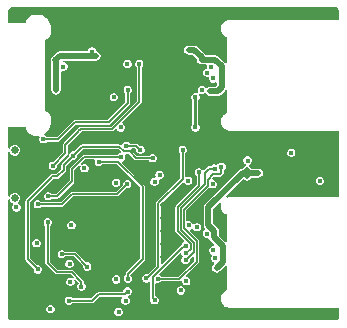
<source format=gbr>
%TF.GenerationSoftware,Altium Limited,Altium Designer,23.5.1 (21)*%
G04 Layer_Physical_Order=3*
G04 Layer_Color=16440176*
%FSLAX45Y45*%
%MOMM*%
%TF.SameCoordinates,8EFB5E64-3944-4511-97F7-C7C57B94F044*%
%TF.FilePolarity,Positive*%
%TF.FileFunction,Copper,L3,Inr,Signal*%
%TF.Part,CustomerPanel*%
G01*
G75*
%TA.AperFunction,Conductor*%
%ADD26C,0.12700*%
%ADD27C,0.25400*%
%ADD28C,0.50800*%
%TA.AperFunction,ComponentPad*%
%ADD31C,0.65000*%
%TA.AperFunction,ViaPad*%
%ADD32C,0.45000*%
%ADD33C,0.50000*%
G36*
X3663653Y3670431D02*
X3670434Y3663651D01*
X3674103Y3654791D01*
Y3568395D01*
X2742554D01*
X2732643Y3566423D01*
X2714266Y3558811D01*
X2705865Y3553197D01*
X2691799Y3539132D01*
X2686185Y3530730D01*
X2678574Y3512353D01*
X2676602Y3502443D01*
Y3482552D01*
X2678574Y3472641D01*
X2686185Y3454264D01*
X2691799Y3445862D01*
X2705865Y3431797D01*
X2714266Y3426183D01*
X2726602Y3421073D01*
Y3202931D01*
X2713902Y3199079D01*
X2709968Y3204966D01*
X2657468Y3257466D01*
X2644866Y3265887D01*
X2630000Y3268844D01*
X2547400D01*
X2539969Y3279966D01*
X2479968Y3339966D01*
X2467366Y3348386D01*
X2452500Y3351344D01*
X2402500D01*
X2387634Y3348386D01*
X2375031Y3339966D01*
X2366610Y3327363D01*
X2363653Y3312497D01*
X2366610Y3297631D01*
X2375031Y3285028D01*
X2387634Y3276608D01*
X2402500Y3273651D01*
X2436409D01*
X2473653Y3236406D01*
Y3229997D01*
X2476610Y3215131D01*
X2485031Y3202529D01*
X2497634Y3194108D01*
X2512500Y3191151D01*
X2553444D01*
X2561930Y3178450D01*
X2561080Y3176399D01*
Y3162396D01*
X2556270Y3155197D01*
X2555498D01*
X2542561Y3149838D01*
X2532659Y3139936D01*
X2527300Y3126999D01*
Y3112995D01*
X2532659Y3100058D01*
X2542561Y3090156D01*
X2555498Y3084797D01*
X2565022D01*
X2571256Y3082191D01*
X2576739Y3074049D01*
Y3065895D01*
X2582098Y3052958D01*
X2592000Y3043056D01*
X2604937Y3037697D01*
X2618941D01*
X2631878Y3043056D01*
X2643653Y3036871D01*
Y3013588D01*
X2631409Y3001344D01*
X2587500D01*
X2572634Y2998386D01*
X2560513Y2990287D01*
X2559911Y2989983D01*
X2546080Y2991945D01*
X2544841Y2994936D01*
X2534939Y3004838D01*
X2522002Y3010197D01*
X2507998D01*
X2495061Y3004838D01*
X2485159Y2994936D01*
X2479800Y2981999D01*
Y2967995D01*
X2484462Y2956741D01*
X2481357Y2951503D01*
X2476005Y2946497D01*
X2467197Y2950145D01*
X2453194D01*
X2440256Y2944787D01*
X2430355Y2934885D01*
X2424996Y2921947D01*
Y2907944D01*
X2430355Y2895007D01*
X2434200Y2891161D01*
Y2681477D01*
X2430159Y2677436D01*
X2424800Y2664499D01*
Y2650495D01*
X2430159Y2637558D01*
X2440061Y2627656D01*
X2452998Y2622297D01*
X2467002D01*
X2479939Y2627656D01*
X2489841Y2637558D01*
X2495200Y2650495D01*
Y2664499D01*
X2489841Y2677436D01*
X2485995Y2681282D01*
Y2890966D01*
X2490036Y2895007D01*
X2495395Y2907944D01*
Y2921947D01*
X2490733Y2933202D01*
X2493839Y2938440D01*
X2499191Y2943445D01*
X2507998Y2939797D01*
X2522002D01*
X2534939Y2945156D01*
X2538454Y2948672D01*
X2543337Y2948285D01*
X2553118Y2945375D01*
X2560031Y2935028D01*
X2572634Y2926608D01*
X2587500Y2923650D01*
X2647500D01*
X2662366Y2926608D01*
X2674968Y2935028D01*
X2709969Y2970028D01*
X2713902Y2975915D01*
X2726602Y2972063D01*
Y2778921D01*
X2714266Y2773811D01*
X2705865Y2768197D01*
X2691799Y2754132D01*
X2686185Y2745730D01*
X2678574Y2727353D01*
X2676602Y2717442D01*
Y2697551D01*
X2678574Y2687641D01*
X2686185Y2669264D01*
X2691799Y2660862D01*
X2705865Y2646797D01*
X2714266Y2641183D01*
X2732644Y2633571D01*
X2742554Y2631600D01*
X3674103D01*
Y2068395D01*
X2742554D01*
X2732643Y2066423D01*
X2726977Y2064076D01*
X2719782Y2074843D01*
X2862940Y2218000D01*
X2867731Y2217528D01*
X2880334Y2209108D01*
X2895200Y2206151D01*
X2910066Y2209108D01*
X2922668Y2217528D01*
X2931089Y2230131D01*
X2931292Y2231150D01*
X2992500D01*
X3007366Y2234108D01*
X3019968Y2242528D01*
X3028389Y2255131D01*
X3031346Y2269997D01*
X3028389Y2284863D01*
X3019968Y2297466D01*
X3007366Y2305886D01*
X2992500Y2308843D01*
X2931204D01*
X2930999Y2309871D01*
X2922579Y2322473D01*
X2910993Y2330215D01*
X2910525Y2334011D01*
X2912177Y2343405D01*
X2922439Y2347656D01*
X2932341Y2357558D01*
X2937700Y2370495D01*
Y2384499D01*
X2932341Y2397436D01*
X2922439Y2407338D01*
X2909502Y2412697D01*
X2895498D01*
X2882561Y2407338D01*
X2872659Y2397436D01*
X2867300Y2384499D01*
Y2370495D01*
X2872659Y2357558D01*
X2882561Y2347656D01*
X2888028Y2345392D01*
X2886727Y2332184D01*
X2880244Y2330894D01*
X2867641Y2322473D01*
X2859221Y2309871D01*
X2858976Y2308640D01*
X2845134Y2305886D01*
X2832531Y2297466D01*
X2542531Y2007466D01*
X2534111Y1994863D01*
X2531153Y1979997D01*
Y1832497D01*
X2534111Y1817631D01*
X2542531Y1805028D01*
X2543492Y1804068D01*
X2540512Y1789087D01*
X2538460Y1788237D01*
X2528558Y1778335D01*
X2523199Y1765398D01*
Y1751395D01*
X2528558Y1738457D01*
X2538460Y1728555D01*
X2551397Y1723196D01*
X2565401D01*
X2578651Y1714939D01*
X2579110Y1712631D01*
X2587531Y1700029D01*
X2623130Y1664430D01*
X2621791Y1660101D01*
X2616903Y1652697D01*
X2605498D01*
X2592561Y1647338D01*
X2582659Y1637436D01*
X2577300Y1624499D01*
Y1610495D01*
X2582659Y1597558D01*
X2592561Y1587656D01*
X2595782Y1586321D01*
X2598762Y1571341D01*
X2598233Y1570812D01*
X2592874Y1557874D01*
Y1543871D01*
X2598233Y1530934D01*
X2608135Y1521032D01*
X2616780Y1517451D01*
X2621230Y1503940D01*
X2612531Y1495241D01*
X2604110Y1482638D01*
X2601153Y1467773D01*
X2604110Y1452907D01*
X2612531Y1440304D01*
X2625134Y1431883D01*
X2640000Y1428926D01*
X2654866Y1431883D01*
X2667468Y1440304D01*
X2713902Y1486738D01*
X2726602Y1481477D01*
Y1278921D01*
X2714266Y1273811D01*
X2705865Y1268197D01*
X2691799Y1254132D01*
X2686185Y1245730D01*
X2678574Y1227353D01*
X2676602Y1217442D01*
Y1197551D01*
X2678574Y1187641D01*
X2686185Y1169264D01*
X2691799Y1160862D01*
X2705865Y1146797D01*
X2714266Y1141183D01*
X2732644Y1133571D01*
X2742554Y1131599D01*
X3674103D01*
Y1045202D01*
X3670434Y1036343D01*
X3663653Y1029563D01*
X3654794Y1025893D01*
X895205D01*
X886346Y1029563D01*
X879565Y1036343D01*
X875896Y1045202D01*
Y1049997D01*
Y2045291D01*
X888596Y2047817D01*
X894167Y2034369D01*
X906882Y2021654D01*
X915391Y2018129D01*
X918371Y2003148D01*
X915159Y1999936D01*
X909800Y1986999D01*
Y1972995D01*
X915159Y1960058D01*
X925061Y1950156D01*
X937998Y1944797D01*
X952002D01*
X964939Y1950156D01*
X974841Y1960058D01*
X980200Y1972995D01*
Y1986999D01*
X974841Y1999936D01*
X964939Y2009838D01*
X963474Y2010445D01*
X962441Y2012595D01*
X961461Y2025025D01*
X970804Y2034369D01*
X977686Y2050982D01*
Y2068963D01*
X970804Y2085576D01*
X958089Y2098291D01*
X941476Y2105173D01*
X923495D01*
X906882Y2098291D01*
X894167Y2085576D01*
X888596Y2072128D01*
X875896Y2074654D01*
Y2450291D01*
X888596Y2452817D01*
X894167Y2439369D01*
X906882Y2426654D01*
X923494Y2419772D01*
X941476D01*
X958089Y2426654D01*
X970804Y2439369D01*
X977685Y2455982D01*
Y2473963D01*
X970804Y2490576D01*
X958089Y2503291D01*
X941476Y2510173D01*
X923494D01*
X906882Y2503291D01*
X894167Y2490576D01*
X888596Y2477128D01*
X875896Y2479654D01*
Y2661599D01*
X1024103D01*
Y2655052D01*
X1026074Y2645141D01*
X1033686Y2626764D01*
X1039299Y2618362D01*
X1053365Y2604297D01*
X1061766Y2598683D01*
X1080144Y2591071D01*
X1090054Y2589100D01*
X1099999D01*
X1124999Y2589099D01*
X1125001Y2589100D01*
X1133371D01*
X1135873Y2589597D01*
X1136860D01*
X1139734Y2585916D01*
X1142727Y2577505D01*
X1142659Y2577436D01*
X1137300Y2564499D01*
Y2550495D01*
X1142659Y2537558D01*
X1152561Y2527656D01*
X1165498Y2522297D01*
X1179502D01*
X1192439Y2527656D01*
X1202341Y2537558D01*
X1202554Y2538074D01*
X1295000D01*
X1302433Y2539552D01*
X1308734Y2543763D01*
X1445545Y2680574D01*
X1725000D01*
X1732433Y2682052D01*
X1738734Y2686263D01*
X1901234Y2848763D01*
X1905444Y2855064D01*
X1906923Y2862497D01*
Y2945343D01*
X1907439Y2945556D01*
X1917341Y2955458D01*
X1922700Y2968395D01*
Y2982399D01*
X1917341Y2995336D01*
X1907439Y3005238D01*
X1894502Y3010597D01*
X1880498D01*
X1867561Y3005238D01*
X1857659Y2995336D01*
X1852300Y2982399D01*
Y2968395D01*
X1857659Y2955458D01*
X1867561Y2945556D01*
X1868077Y2945343D01*
Y2870542D01*
X1716954Y2719420D01*
X1437500D01*
X1430067Y2717941D01*
X1423766Y2713731D01*
X1286955Y2576920D01*
X1202554D01*
X1202341Y2577436D01*
X1192439Y2587338D01*
X1183565Y2591014D01*
X1181870Y2596264D01*
X1181597Y2604046D01*
X1181680Y2604495D01*
X1193572Y2612440D01*
X1195376Y2614244D01*
X1197496Y2615661D01*
X1209336Y2627500D01*
X1210753Y2629621D01*
X1212556Y2631425D01*
X1221859Y2645346D01*
X1222835Y2647703D01*
X1224252Y2649824D01*
X1230659Y2665293D01*
X1231157Y2667794D01*
X1232133Y2670151D01*
X1235400Y2686573D01*
Y2689124D01*
X1235897Y2691625D01*
X1235897Y2729997D01*
X1235897Y2729998D01*
Y2739942D01*
X1233926Y2749853D01*
X1226314Y2768230D01*
X1220700Y2776632D01*
X1206635Y2790697D01*
X1198233Y2796311D01*
X1185898Y2801420D01*
Y3398574D01*
X1198233Y3403683D01*
X1206635Y3409297D01*
X1220700Y3423362D01*
X1226314Y3431764D01*
X1233926Y3450141D01*
X1235897Y3460051D01*
X1235897Y3499997D01*
X1235897Y3499998D01*
Y3508369D01*
X1235400Y3510870D01*
Y3513421D01*
X1232133Y3529843D01*
X1231157Y3532200D01*
X1230659Y3534701D01*
X1224252Y3550170D01*
X1222834Y3552292D01*
X1221858Y3554648D01*
X1212556Y3568569D01*
X1210752Y3570373D01*
X1209336Y3572494D01*
X1197496Y3584333D01*
X1195375Y3585751D01*
X1193572Y3587554D01*
X1179650Y3596856D01*
X1177295Y3597832D01*
X1175173Y3599249D01*
X1159704Y3605657D01*
X1157202Y3606155D01*
X1154845Y3607130D01*
X1138423Y3610397D01*
X1135872D01*
X1133370Y3610894D01*
X1124999Y3610894D01*
X1100000Y3610894D01*
X1099999Y3610894D01*
X1090054D01*
X1080143Y3608923D01*
X1061766Y3601311D01*
X1053365Y3595697D01*
X1039300Y3581632D01*
X1033686Y3573230D01*
X1026074Y3554853D01*
X1024103Y3544942D01*
Y3538395D01*
X875896D01*
Y3654792D01*
X879565Y3663650D01*
X886346Y3670431D01*
X895205Y3674101D01*
X3654794D01*
X3663653Y3670431D01*
D02*
G37*
G36*
X2680921Y2018021D02*
X2678574Y2012353D01*
X2676602Y2002443D01*
Y1982552D01*
X2678574Y1972641D01*
X2686185Y1954264D01*
X2691799Y1945862D01*
X2705865Y1931797D01*
X2714266Y1926183D01*
X2726602Y1921073D01*
Y1688793D01*
X2713902Y1683532D01*
X2659446Y1737988D01*
Y1781897D01*
X2656489Y1796763D01*
X2648068Y1809366D01*
X2608846Y1848588D01*
Y1963907D01*
X2670154Y2025215D01*
X2680921Y2018021D01*
D02*
G37*
%LPC*%
G36*
X1892002Y3230197D02*
X1877998D01*
X1865061Y3224838D01*
X1855159Y3214936D01*
X1849800Y3201999D01*
Y3187995D01*
X1855159Y3175058D01*
X1865061Y3165156D01*
X1877998Y3159797D01*
X1892002D01*
X1904939Y3165156D01*
X1914841Y3175058D01*
X1920200Y3187995D01*
Y3201999D01*
X1914841Y3214936D01*
X1904939Y3224838D01*
X1892002Y3230197D01*
D02*
G37*
G36*
X1592002Y3335197D02*
X1577998D01*
X1565061Y3329838D01*
X1555159Y3319936D01*
X1549800Y3306999D01*
Y3301343D01*
X1311484D01*
X1296618Y3298386D01*
X1284015Y3289965D01*
X1248300Y3254250D01*
X1239879Y3241648D01*
X1236922Y3226782D01*
X1239879Y3211916D01*
X1241153Y3210009D01*
Y2974997D01*
X1244110Y2960131D01*
X1252531Y2947529D01*
X1265134Y2939108D01*
X1280000Y2936151D01*
X1294866Y2939108D01*
X1307468Y2947529D01*
X1315889Y2960131D01*
X1318846Y2974997D01*
Y3131014D01*
X1331546Y3139500D01*
X1335898Y3137697D01*
X1349901D01*
X1362839Y3143056D01*
X1372740Y3152958D01*
X1378099Y3165895D01*
Y3179899D01*
X1372740Y3192836D01*
X1362839Y3202738D01*
X1349901Y3208097D01*
X1335898D01*
X1331692Y3213851D01*
X1340369Y3223650D01*
X1620000D01*
X1634866Y3226607D01*
X1647468Y3235028D01*
X1655889Y3247631D01*
X1658846Y3262497D01*
X1655889Y3277363D01*
X1647468Y3289965D01*
X1634866Y3298386D01*
X1620200Y3301304D01*
Y3306999D01*
X1614841Y3319936D01*
X1604939Y3329838D01*
X1592002Y3335197D01*
D02*
G37*
G36*
X1777191Y2950051D02*
X1763187D01*
X1750250Y2944692D01*
X1740348Y2934790D01*
X1734989Y2921853D01*
Y2907849D01*
X1740348Y2894912D01*
X1750250Y2885010D01*
X1763187Y2879651D01*
X1777191D01*
X1790128Y2885010D01*
X1800030Y2894912D01*
X1805389Y2907849D01*
Y2921853D01*
X1800030Y2934790D01*
X1790128Y2944692D01*
X1777191Y2950051D01*
D02*
G37*
G36*
X1992002Y3230197D02*
X1977998D01*
X1965061Y3224838D01*
X1955159Y3214936D01*
X1949800Y3201999D01*
Y3187995D01*
X1955159Y3175058D01*
X1965061Y3165156D01*
X1965577Y3164942D01*
Y2883042D01*
X1746005Y2663470D01*
X1489050D01*
X1481617Y2661992D01*
X1475316Y2657781D01*
X1456266Y2638731D01*
X1452055Y2632430D01*
X1451954Y2631919D01*
X1346266Y2526231D01*
X1342055Y2519930D01*
X1340577Y2512497D01*
Y2448042D01*
X1260018Y2367483D01*
X1259502Y2367697D01*
X1245498D01*
X1232561Y2362338D01*
X1222659Y2352436D01*
X1217300Y2339499D01*
Y2325495D01*
X1222659Y2312558D01*
X1232561Y2302656D01*
X1245498Y2297297D01*
X1259502D01*
X1272439Y2302656D01*
X1282341Y2312558D01*
X1287700Y2325495D01*
Y2339499D01*
X1287486Y2340015D01*
X1373734Y2426263D01*
X1377944Y2432564D01*
X1379423Y2439997D01*
X1379423Y2439998D01*
Y2504451D01*
X1483734Y2608763D01*
X1487944Y2615064D01*
X1488046Y2615575D01*
X1497095Y2624624D01*
X1754050D01*
X1761483Y2626102D01*
X1767784Y2630313D01*
X1782194Y2644723D01*
X1797175Y2641743D01*
X1798909Y2637558D01*
X1808811Y2627656D01*
X1821748Y2622297D01*
X1835751D01*
X1848689Y2627656D01*
X1858591Y2637558D01*
X1863950Y2650495D01*
Y2664499D01*
X1858591Y2677436D01*
X1848689Y2687338D01*
X1844504Y2689072D01*
X1841524Y2704053D01*
X1998734Y2861263D01*
X2002944Y2867564D01*
X2004423Y2874997D01*
Y3164942D01*
X2004939Y3165156D01*
X2014841Y3175058D01*
X2020200Y3187995D01*
Y3201999D01*
X2014841Y3214936D01*
X2004939Y3224838D01*
X1992002Y3230197D01*
D02*
G37*
G36*
X1883252Y2536447D02*
X1869248D01*
X1856311Y2531088D01*
X1846409Y2521186D01*
X1843175Y2513378D01*
X1832336Y2509595D01*
X1830374Y2509270D01*
X1828834Y2509417D01*
X1823559Y2512942D01*
X1816126Y2514420D01*
X1500000D01*
X1492567Y2512942D01*
X1486266Y2508731D01*
X1432518Y2454983D01*
X1432002Y2455197D01*
X1417998D01*
X1405061Y2449838D01*
X1395159Y2439936D01*
X1389800Y2426999D01*
Y2412995D01*
X1390014Y2412479D01*
X1331266Y2353731D01*
X1327055Y2347430D01*
X1325577Y2339997D01*
Y2305543D01*
X1281954Y2261920D01*
X1247500D01*
X1240067Y2260442D01*
X1233765Y2256231D01*
X1221266Y2243731D01*
X1221265Y2243731D01*
X1026265Y2048731D01*
X1022055Y2042430D01*
X1020577Y2034997D01*
Y1539997D01*
X1022055Y1532564D01*
X1026265Y1526263D01*
X1090014Y1462515D01*
X1089800Y1461999D01*
Y1447995D01*
X1095159Y1435058D01*
X1105061Y1425156D01*
X1117998Y1419797D01*
X1132002D01*
X1144939Y1425156D01*
X1154841Y1435058D01*
X1160200Y1447995D01*
Y1461999D01*
X1154841Y1474936D01*
X1144939Y1484838D01*
X1132002Y1490197D01*
X1117998D01*
X1117482Y1489983D01*
X1059423Y1548043D01*
Y2026951D01*
X1248734Y2216263D01*
X1248735Y2216263D01*
X1255545Y2223074D01*
X1290000D01*
X1297433Y2224552D01*
X1303734Y2228763D01*
X1358734Y2283763D01*
X1362944Y2290064D01*
X1364423Y2297497D01*
Y2331951D01*
X1417482Y2385011D01*
X1417998Y2384797D01*
X1432002D01*
X1444939Y2390156D01*
X1454841Y2400058D01*
X1460200Y2412995D01*
Y2426999D01*
X1459986Y2427515D01*
X1508045Y2475574D01*
X1808081D01*
X1828258Y2455397D01*
X1826903Y2449165D01*
X1823730Y2441964D01*
X1812561Y2437338D01*
X1802659Y2427436D01*
X1802445Y2426920D01*
X1520001D01*
X1520000Y2426920D01*
X1512567Y2425442D01*
X1506266Y2421231D01*
X1506265Y2421231D01*
X1401265Y2316231D01*
X1397055Y2309930D01*
X1395577Y2302497D01*
Y2210542D01*
X1279454Y2094420D01*
X1242554D01*
X1242341Y2094936D01*
X1232439Y2104838D01*
X1219501Y2110197D01*
X1205498D01*
X1192561Y2104838D01*
X1182659Y2094936D01*
X1177300Y2081999D01*
Y2067995D01*
X1182659Y2055058D01*
X1192561Y2045156D01*
X1205498Y2039797D01*
X1219501D01*
X1232439Y2045156D01*
X1242341Y2055058D01*
X1242554Y2055574D01*
X1287500D01*
X1294933Y2057052D01*
X1301234Y2061263D01*
X1428734Y2188762D01*
X1432944Y2195064D01*
X1434423Y2202497D01*
Y2294451D01*
X1481031Y2341059D01*
X1490159Y2332436D01*
X1484800Y2319499D01*
Y2305495D01*
X1490159Y2292558D01*
X1500061Y2282656D01*
X1512998Y2277297D01*
X1527002D01*
X1539939Y2282656D01*
X1549841Y2292558D01*
X1555200Y2305495D01*
Y2319499D01*
X1549841Y2332436D01*
X1539939Y2342338D01*
X1527002Y2347697D01*
X1512998D01*
X1500061Y2342338D01*
X1491437Y2351466D01*
X1528045Y2388074D01*
X1600212D01*
X1608698Y2375374D01*
X1607300Y2371999D01*
Y2357995D01*
X1612659Y2345058D01*
X1622561Y2335156D01*
X1635498Y2329797D01*
X1649502D01*
X1662439Y2335156D01*
X1672341Y2345058D01*
X1672554Y2345574D01*
X1799455D01*
X1994627Y2150402D01*
Y1549797D01*
X1874782Y1429952D01*
X1870571Y1423650D01*
X1869093Y1416217D01*
Y1405793D01*
X1868577Y1405580D01*
X1858675Y1395678D01*
X1853316Y1382740D01*
Y1368737D01*
X1858675Y1355800D01*
X1868577Y1345898D01*
X1881514Y1340539D01*
X1895518D01*
X1908455Y1345898D01*
X1918357Y1355800D01*
X1923716Y1368737D01*
Y1382740D01*
X1918357Y1395678D01*
X1908455Y1405579D01*
X1915198Y1415430D01*
X2027784Y1528017D01*
X2031994Y1534318D01*
X2033473Y1541751D01*
Y2158447D01*
X2031994Y2165880D01*
X2027784Y2172182D01*
X2027783Y2172182D01*
X1839402Y2360564D01*
X1843834Y2374092D01*
X1852439Y2377656D01*
X1862341Y2387558D01*
X1867700Y2400495D01*
Y2414499D01*
X1864230Y2422873D01*
X1870079Y2434186D01*
X1871670Y2435574D01*
X1894455D01*
X1946265Y2383764D01*
X1946266Y2383763D01*
X1952567Y2379553D01*
X1960000Y2378074D01*
X2069945D01*
X2070159Y2377558D01*
X2080061Y2367656D01*
X2092998Y2362297D01*
X2107002D01*
X2119939Y2367656D01*
X2129841Y2377558D01*
X2135200Y2390495D01*
Y2404499D01*
X2129841Y2417436D01*
X2119939Y2427338D01*
X2107002Y2432697D01*
X2092998D01*
X2080061Y2427338D01*
X2070159Y2417436D01*
X2069945Y2416920D01*
X1968045D01*
X1916234Y2468731D01*
X1915647Y2469124D01*
X1919499Y2481824D01*
X1950230D01*
X1959800Y2474498D01*
Y2460495D01*
X1965159Y2447558D01*
X1975061Y2437656D01*
X1987998Y2432297D01*
X2002002D01*
X2014939Y2437656D01*
X2024841Y2447558D01*
X2030200Y2460495D01*
Y2474499D01*
X2024841Y2487436D01*
X2014939Y2497338D01*
X2002002Y2502697D01*
X1987998D01*
X1987482Y2502483D01*
X1974984Y2514981D01*
X1968683Y2519192D01*
X1961250Y2520670D01*
X1906304D01*
X1906091Y2521186D01*
X1896189Y2531088D01*
X1883252Y2536447D01*
D02*
G37*
G36*
X3279502Y2477697D02*
X3265498D01*
X3252561Y2472338D01*
X3242659Y2462436D01*
X3237300Y2449499D01*
Y2435495D01*
X3242659Y2422558D01*
X3252561Y2412656D01*
X3265498Y2407297D01*
X3279502D01*
X3292439Y2412656D01*
X3302341Y2422558D01*
X3307700Y2435495D01*
Y2449499D01*
X3302341Y2462436D01*
X3292439Y2472338D01*
X3279502Y2477697D01*
D02*
G37*
G36*
X3522002Y2240197D02*
X3507998D01*
X3495061Y2234838D01*
X3485159Y2224936D01*
X3479800Y2211999D01*
Y2197995D01*
X3485159Y2185058D01*
X3495061Y2175156D01*
X3507998Y2169797D01*
X3522002D01*
X3534939Y2175156D01*
X3544841Y2185058D01*
X3550200Y2197995D01*
Y2211999D01*
X3544841Y2224936D01*
X3534939Y2234838D01*
X3522002Y2240197D01*
D02*
G37*
G36*
X2164502Y2290197D02*
X2150498D01*
X2137561Y2284838D01*
X2127659Y2274936D01*
X2122300Y2261999D01*
Y2247995D01*
X2124351Y2243043D01*
X2124345Y2243010D01*
X2115465Y2231309D01*
X2107983D01*
X2095045Y2225951D01*
X2085143Y2216049D01*
X2079785Y2203111D01*
Y2189108D01*
X2085143Y2176171D01*
X2095045Y2166269D01*
X2107983Y2160910D01*
X2121986D01*
X2134923Y2166269D01*
X2144825Y2176171D01*
X2150184Y2189108D01*
Y2203111D01*
X2148133Y2208064D01*
X2148139Y2208097D01*
X2157019Y2219797D01*
X2164502D01*
X2177439Y2225156D01*
X2187341Y2235058D01*
X2192700Y2247995D01*
Y2261999D01*
X2187341Y2274936D01*
X2177439Y2284838D01*
X2164502Y2290197D01*
D02*
G37*
G36*
X1797001Y2225197D02*
X1782998D01*
X1770061Y2219838D01*
X1760159Y2209936D01*
X1754800Y2196999D01*
Y2182995D01*
X1760159Y2170058D01*
X1770061Y2160156D01*
X1782998Y2154797D01*
X1797001D01*
X1809939Y2160156D01*
X1819841Y2170058D01*
X1825200Y2182995D01*
Y2196999D01*
X1819841Y2209936D01*
X1809939Y2219838D01*
X1797001Y2225197D01*
D02*
G37*
G36*
X1890596Y2213791D02*
X1876593D01*
X1863655Y2208432D01*
X1853753Y2198531D01*
X1848395Y2185593D01*
Y2171590D01*
X1848608Y2171074D01*
X1789454Y2111920D01*
X1417500D01*
X1410067Y2110442D01*
X1403766Y2106231D01*
X1324454Y2026920D01*
X1155054D01*
X1154841Y2027436D01*
X1144939Y2037338D01*
X1132002Y2042697D01*
X1117998D01*
X1105061Y2037338D01*
X1095159Y2027436D01*
X1089800Y2014499D01*
Y2000495D01*
X1095159Y1987558D01*
X1105061Y1977656D01*
X1117998Y1972297D01*
X1132002D01*
X1144939Y1977656D01*
X1154841Y1987558D01*
X1155054Y1988074D01*
X1332500D01*
X1339933Y1989552D01*
X1346234Y1993763D01*
X1425545Y2073074D01*
X1797500D01*
X1804933Y2074552D01*
X1811234Y2078763D01*
X1876077Y2143605D01*
X1876593Y2143392D01*
X1890596D01*
X1903533Y2148751D01*
X1913435Y2158653D01*
X1918794Y2171590D01*
Y2185593D01*
X1913435Y2198531D01*
X1903533Y2208432D01*
X1890596Y2213791D01*
D02*
G37*
G36*
X2359502Y2502697D02*
X2345498D01*
X2332561Y2497338D01*
X2322659Y2487436D01*
X2317300Y2474499D01*
Y2460495D01*
X2322659Y2447558D01*
X2332561Y2437656D01*
X2333077Y2437442D01*
Y2232838D01*
X2132215Y2031977D01*
X2128005Y2025676D01*
X2126527Y2018243D01*
Y1483674D01*
X2056278Y1413425D01*
X2052001Y1415197D01*
X2037998D01*
X2025061Y1409838D01*
X2015159Y1399936D01*
X2009800Y1386999D01*
Y1372995D01*
X2015159Y1360058D01*
X2025061Y1350156D01*
X2037998Y1344797D01*
X2052001D01*
X2064939Y1350156D01*
X2065377Y1350594D01*
X2078077Y1345333D01*
Y1212497D01*
X2079555Y1205064D01*
X2080490Y1203665D01*
X2079800Y1201999D01*
Y1187995D01*
X2085159Y1175058D01*
X2095061Y1165156D01*
X2107998Y1159797D01*
X2122002D01*
X2134939Y1165156D01*
X2144841Y1175058D01*
X2150200Y1187995D01*
Y1201999D01*
X2144841Y1214936D01*
X2134939Y1224838D01*
X2122002Y1230197D01*
X2116923D01*
Y1332709D01*
X2129623Y1341195D01*
X2132998Y1339797D01*
X2147002D01*
X2159939Y1345156D01*
X2169841Y1355058D01*
X2170054Y1355574D01*
X2325000D01*
X2332433Y1357052D01*
X2334600Y1358500D01*
X2345952Y1353551D01*
X2347300Y1352111D01*
Y1347995D01*
X2352659Y1335058D01*
X2362561Y1325156D01*
X2375498Y1319797D01*
X2389502D01*
X2402439Y1325156D01*
X2412341Y1335058D01*
X2417700Y1347995D01*
Y1361999D01*
X2412341Y1374936D01*
X2402439Y1384838D01*
X2389502Y1390197D01*
X2385629D01*
X2380368Y1402897D01*
X2483431Y1505960D01*
X2483432Y1505960D01*
X2487642Y1512262D01*
X2489121Y1519695D01*
X2489121Y1519696D01*
Y1700299D01*
X2487642Y1707732D01*
X2483432Y1714034D01*
X2416902Y1780564D01*
X2419987Y1795439D01*
X2425339Y1797656D01*
X2428140Y1800457D01*
X2443121Y1797478D01*
X2445159Y1792558D01*
X2455061Y1782656D01*
X2467998Y1777297D01*
X2482002D01*
X2494939Y1782656D01*
X2504841Y1792558D01*
X2510200Y1805495D01*
Y1819499D01*
X2504841Y1832436D01*
X2494939Y1842338D01*
X2482002Y1847697D01*
X2467998D01*
X2455061Y1842338D01*
X2452260Y1839537D01*
X2437279Y1842516D01*
X2435241Y1847436D01*
X2425339Y1857338D01*
X2412402Y1862697D01*
X2398398D01*
X2395023Y1861299D01*
X2382323Y1869785D01*
Y1954851D01*
X2572928Y2145457D01*
X2587561Y2147656D01*
X2600498Y2142297D01*
X2614502D01*
X2627439Y2147656D01*
X2637341Y2157558D01*
X2642700Y2170495D01*
Y2184499D01*
X2637341Y2197436D01*
X2627439Y2207338D01*
X2614502Y2212697D01*
X2608129D01*
X2602868Y2225397D01*
X2618045Y2240574D01*
X2665000D01*
X2672433Y2242052D01*
X2678734Y2246263D01*
X2693733Y2261262D01*
X2693734Y2261263D01*
X2697944Y2267564D01*
X2699423Y2274997D01*
Y2294942D01*
X2699939Y2295156D01*
X2709841Y2305058D01*
X2715200Y2317995D01*
Y2331999D01*
X2709841Y2344936D01*
X2699939Y2354838D01*
X2687001Y2360197D01*
X2672998D01*
X2660061Y2354838D01*
X2650159Y2344936D01*
X2635492Y2342715D01*
X2629501Y2345197D01*
X2615498D01*
X2602561Y2339838D01*
X2592659Y2329936D01*
X2592445Y2329420D01*
X2577500D01*
X2570066Y2327941D01*
X2563765Y2323731D01*
X2535457Y2295423D01*
X2520476Y2298403D01*
X2519841Y2299936D01*
X2509939Y2309838D01*
X2497002Y2315197D01*
X2482998D01*
X2470061Y2309838D01*
X2460159Y2299936D01*
X2454800Y2286999D01*
Y2272995D01*
X2460159Y2260058D01*
X2470061Y2250156D01*
X2470577Y2249942D01*
Y2173042D01*
X2296265Y1998731D01*
X2292055Y1992430D01*
X2290577Y1984997D01*
Y1781576D01*
X2292055Y1774143D01*
X2296265Y1767842D01*
X2363096Y1701011D01*
X2360116Y1686030D01*
X2357409Y1684909D01*
X2347507Y1675007D01*
X2342752Y1663528D01*
X2341395Y1662622D01*
X2177106Y1498333D01*
X2165373Y1503193D01*
Y2010197D01*
X2353067Y2197891D01*
X2366654Y2193518D01*
X2370159Y2185058D01*
X2380061Y2175156D01*
X2392998Y2169797D01*
X2407002D01*
X2419939Y2175156D01*
X2429841Y2185058D01*
X2435200Y2197995D01*
Y2211999D01*
X2429841Y2224936D01*
X2419939Y2234838D01*
X2407002Y2240197D01*
X2392998D01*
X2384623Y2236728D01*
X2371923Y2243293D01*
Y2437442D01*
X2372439Y2437656D01*
X2382341Y2447558D01*
X2387700Y2460495D01*
Y2474499D01*
X2382341Y2487436D01*
X2372439Y2497338D01*
X2359502Y2502697D01*
D02*
G37*
G36*
X1417001Y1865197D02*
X1402998D01*
X1390060Y1859838D01*
X1380159Y1849936D01*
X1374800Y1836999D01*
Y1822995D01*
X1380159Y1810058D01*
X1390060Y1800156D01*
X1402998Y1794797D01*
X1417001D01*
X1429938Y1800156D01*
X1439840Y1810058D01*
X1445199Y1822995D01*
Y1836999D01*
X1439840Y1849936D01*
X1429938Y1859838D01*
X1417001Y1865197D01*
D02*
G37*
G36*
X1122002Y1712697D02*
X1107998D01*
X1095061Y1707338D01*
X1085159Y1697436D01*
X1079800Y1684499D01*
Y1670495D01*
X1085159Y1657558D01*
X1095061Y1647656D01*
X1107998Y1642297D01*
X1122002D01*
X1134939Y1647656D01*
X1144841Y1657558D01*
X1150200Y1670495D01*
Y1684499D01*
X1144841Y1697436D01*
X1134939Y1707338D01*
X1122002Y1712697D01*
D02*
G37*
G36*
X1402002Y1537697D02*
X1387998D01*
X1375061Y1532338D01*
X1365159Y1522436D01*
X1359800Y1509499D01*
Y1495495D01*
X1365159Y1482558D01*
X1375061Y1472656D01*
X1387998Y1467297D01*
X1402002D01*
X1414939Y1472656D01*
X1424841Y1482558D01*
X1430200Y1495495D01*
Y1509499D01*
X1424841Y1522436D01*
X1414939Y1532338D01*
X1402002Y1537697D01*
D02*
G37*
G36*
X1337002Y1620197D02*
X1322998D01*
X1310061Y1614838D01*
X1300159Y1604936D01*
X1294800Y1591999D01*
Y1577995D01*
X1300159Y1565058D01*
X1310061Y1555156D01*
X1322998Y1549797D01*
X1337002D01*
X1349939Y1555156D01*
X1359841Y1565058D01*
X1359886Y1565167D01*
X1432361D01*
X1510013Y1487514D01*
X1509800Y1486999D01*
Y1472995D01*
X1515159Y1460058D01*
X1525061Y1450156D01*
X1537998Y1444797D01*
X1552001D01*
X1564939Y1450156D01*
X1574841Y1460058D01*
X1580200Y1472995D01*
Y1486999D01*
X1574841Y1499936D01*
X1564939Y1509838D01*
X1552001Y1515197D01*
X1537998D01*
X1537482Y1514983D01*
X1454140Y1598325D01*
X1447839Y1602535D01*
X1440406Y1604014D01*
X1360223D01*
X1359841Y1604936D01*
X1349939Y1614838D01*
X1337002Y1620197D01*
D02*
G37*
G36*
X1217002Y1890197D02*
X1202998D01*
X1190061Y1884838D01*
X1180159Y1874936D01*
X1174800Y1861999D01*
Y1847995D01*
X1180159Y1835058D01*
X1190061Y1825156D01*
X1190577Y1824943D01*
Y1512497D01*
X1192055Y1505064D01*
X1196266Y1498763D01*
X1273766Y1421263D01*
X1280067Y1417052D01*
X1287500Y1415574D01*
X1404454D01*
X1431062Y1388966D01*
X1422439Y1379838D01*
X1409502Y1385197D01*
X1395498D01*
X1382561Y1379838D01*
X1372659Y1369936D01*
X1367300Y1356999D01*
Y1342995D01*
X1372659Y1330058D01*
X1382561Y1320156D01*
X1395498Y1314797D01*
X1409502D01*
X1422439Y1320156D01*
X1432341Y1330058D01*
X1437700Y1342995D01*
Y1356999D01*
X1432341Y1369936D01*
X1441469Y1378559D01*
X1469329Y1350699D01*
X1475061Y1339838D01*
X1465159Y1329936D01*
X1459800Y1316999D01*
Y1302995D01*
X1465159Y1290058D01*
X1475061Y1280156D01*
X1487998Y1274797D01*
X1502002D01*
X1514939Y1280156D01*
X1524841Y1290058D01*
X1530200Y1302995D01*
Y1316999D01*
X1524841Y1329936D01*
X1514939Y1339838D01*
X1514423Y1340051D01*
Y1352497D01*
X1512944Y1359930D01*
X1508734Y1366231D01*
X1426234Y1448731D01*
X1419933Y1452941D01*
X1412500Y1454420D01*
X1295545D01*
X1229423Y1520542D01*
Y1824943D01*
X1229939Y1825156D01*
X1239841Y1835058D01*
X1245200Y1847995D01*
Y1861999D01*
X1239841Y1874936D01*
X1229939Y1884838D01*
X1217002Y1890197D01*
D02*
G37*
G36*
X1797632Y1405827D02*
X1783628D01*
X1770691Y1400468D01*
X1760789Y1390566D01*
X1755430Y1377629D01*
Y1363626D01*
X1760789Y1350688D01*
X1770691Y1340786D01*
X1783628Y1335428D01*
X1797632D01*
X1810569Y1340786D01*
X1820471Y1350688D01*
X1825830Y1363626D01*
Y1377629D01*
X1820471Y1390566D01*
X1810569Y1400468D01*
X1797632Y1405827D01*
D02*
G37*
G36*
X2344502Y1312697D02*
X2330498D01*
X2317561Y1307338D01*
X2307659Y1297436D01*
X2302300Y1284499D01*
Y1270495D01*
X2307659Y1257558D01*
X2317561Y1247656D01*
X2330498Y1242297D01*
X2344502D01*
X2357439Y1247656D01*
X2367341Y1257558D01*
X2372700Y1270495D01*
Y1284499D01*
X2367341Y1297436D01*
X2357439Y1307338D01*
X2344502Y1312697D01*
D02*
G37*
G36*
X1892703Y1303112D02*
X1878700D01*
X1865762Y1297753D01*
X1855860Y1287851D01*
X1850502Y1274914D01*
Y1264420D01*
X1642500D01*
X1635067Y1262942D01*
X1628766Y1258731D01*
X1579454Y1209420D01*
X1420054D01*
X1419841Y1209936D01*
X1409939Y1219838D01*
X1397002Y1225197D01*
X1382998D01*
X1370061Y1219838D01*
X1360159Y1209936D01*
X1354800Y1196999D01*
Y1182995D01*
X1360159Y1170058D01*
X1370061Y1160156D01*
X1382998Y1154797D01*
X1397002D01*
X1409939Y1160156D01*
X1419841Y1170058D01*
X1420054Y1170574D01*
X1587500D01*
X1594933Y1172052D01*
X1601234Y1176263D01*
X1650545Y1225574D01*
X1836803D01*
X1842063Y1212874D01*
X1839125Y1209936D01*
X1833766Y1196999D01*
Y1182995D01*
X1839125Y1170058D01*
X1849027Y1160156D01*
X1861964Y1154797D01*
X1875968D01*
X1888905Y1160156D01*
X1898807Y1170058D01*
X1904166Y1182995D01*
Y1196999D01*
X1898807Y1209936D01*
X1888905Y1219838D01*
X1888484Y1220012D01*
X1891010Y1232712D01*
X1892703D01*
X1905640Y1238071D01*
X1915542Y1247973D01*
X1920901Y1260910D01*
Y1274914D01*
X1915542Y1287851D01*
X1905640Y1297753D01*
X1892703Y1303112D01*
D02*
G37*
G36*
X1239502Y1155197D02*
X1225498D01*
X1212561Y1149838D01*
X1202659Y1139936D01*
X1197300Y1126999D01*
Y1112995D01*
X1202659Y1100058D01*
X1212561Y1090156D01*
X1225498Y1084797D01*
X1239502D01*
X1252439Y1090156D01*
X1262341Y1100058D01*
X1267700Y1112995D01*
Y1126999D01*
X1262341Y1139936D01*
X1252439Y1149838D01*
X1239502Y1155197D01*
D02*
G37*
G36*
X1817002Y1130197D02*
X1802998D01*
X1790061Y1124838D01*
X1780159Y1114936D01*
X1774800Y1101999D01*
Y1087995D01*
X1780159Y1075058D01*
X1790061Y1065156D01*
X1802998Y1059797D01*
X1817002D01*
X1829939Y1065156D01*
X1839841Y1075058D01*
X1845200Y1087995D01*
Y1101999D01*
X1839841Y1114936D01*
X1829939Y1124838D01*
X1817002Y1130197D01*
D02*
G37*
%LPD*%
G36*
X2342300Y1590629D02*
Y1587995D01*
X2347659Y1575058D01*
X2349423Y1573294D01*
X2357408Y1564997D01*
X2349423Y1556700D01*
X2347659Y1554936D01*
X2342300Y1541999D01*
Y1527995D01*
X2347659Y1515058D01*
X2357561Y1505156D01*
X2370498Y1499797D01*
X2384502D01*
X2397439Y1505156D01*
X2407341Y1515058D01*
X2412700Y1527995D01*
Y1541999D01*
X2412486Y1542515D01*
X2438541Y1568570D01*
X2450274Y1563709D01*
Y1527740D01*
X2316954Y1394420D01*
X2170054D01*
X2169841Y1394936D01*
X2159939Y1404838D01*
X2157514Y1405843D01*
X2154534Y1420823D01*
X2329600Y1595889D01*
X2342300Y1590629D01*
D02*
G37*
D26*
X1390000Y1189997D02*
X1587500D01*
X1489050Y2644047D02*
X1754050D01*
X1985000Y2874997D02*
Y3194997D01*
X1754050Y2644047D02*
X1985000Y2874997D01*
X2140000Y1374997D02*
X2325000D01*
X2337500Y1789997D02*
X2444298Y1683199D01*
X2310000Y1781576D02*
Y1984997D01*
X2382500Y1594997D02*
X2418898Y1631395D01*
X2371167Y1648887D02*
X2377348Y1655068D01*
X2377500Y1594997D02*
X2382500D01*
X2377500Y1534997D02*
X2444298Y1601795D01*
X2337500Y1789997D02*
Y1974997D01*
X2355130Y1648887D02*
X2371167D01*
X2325000Y1374997D02*
X2469698Y1519695D01*
X2362900Y1807097D02*
X2469698Y1700299D01*
Y1519695D02*
Y1700299D01*
X2444298Y1601795D02*
Y1683199D01*
X2310000Y1781576D02*
X2418898Y1672678D01*
Y1631395D02*
Y1672678D01*
X1415000Y2302497D02*
X1520000Y2407497D01*
X1832500D01*
X1642500Y2364997D02*
X1807500D01*
X2014050Y2158447D01*
X1856126Y2454997D02*
X1902500D01*
X1816126Y2494997D02*
X1856126Y2454997D01*
X1500000Y2494997D02*
X1816126D01*
X1425000Y2419997D02*
X1500000Y2494997D01*
X1345000Y2339997D02*
X1425000Y2419997D01*
X1345000Y2297497D02*
Y2339997D01*
X1290000Y2242497D02*
X1345000Y2297497D01*
X1247500Y2242497D02*
X1290000D01*
X1235000Y2229997D02*
X1247500Y2242497D01*
X1040000Y2034997D02*
X1235000Y2229997D01*
Y2229997D01*
X1172500Y2557497D02*
X1295000D01*
X1437500Y2699997D02*
X1725000D01*
X1295000Y2557497D02*
X1437500Y2699997D01*
X1470000Y2624997D02*
X1489050Y2644047D01*
X1360000Y2512497D02*
X1470000Y2622497D01*
Y2624997D01*
X1252500Y2332497D02*
X1360000Y2439997D01*
Y2512497D01*
X1725000Y2699997D02*
X1887500Y2862497D01*
X2014050Y1541751D02*
Y2158447D01*
X1888516Y1375739D02*
Y1416217D01*
X2014050Y1541751D01*
X1887500Y2862497D02*
Y2975397D01*
X1040000Y1539997D02*
Y2034997D01*
Y1539997D02*
X1125000Y1454997D01*
X1415000Y2202497D02*
Y2302497D01*
X1287500Y2074997D02*
X1415000Y2202497D01*
X1212500Y2074997D02*
X1287500D01*
X1125000Y2007497D02*
X1332500D01*
X1417500Y2092497D01*
X1797500D01*
X1902500Y2454997D02*
X1960000Y2397497D01*
X2100000D01*
X1210000Y1512497D02*
Y1854997D01*
Y1512497D02*
X1287500Y1434997D01*
X1412500D02*
X1495000Y1352497D01*
X1287500Y1434997D02*
X1412500D01*
X1495000Y1309997D02*
Y1352497D01*
X1440406Y1584590D02*
X1544999Y1479997D01*
X1330407Y1584590D02*
X1440406D01*
X1797500Y2092497D02*
X1883594Y2178592D01*
X2050318Y1379997D02*
X2145950Y1475628D01*
Y2018243D01*
X2352500Y2224793D01*
Y2467497D01*
X1587500Y1189997D02*
X1642500Y1244997D01*
X1885027Y1267912D02*
X1885701D01*
X1642500Y1244997D02*
X1862112D01*
X1885027Y1267912D01*
X2680000Y2274997D02*
Y2324997D01*
X2665000Y2259997D02*
X2680000Y2274997D01*
X2565950Y2215947D02*
X2610000Y2259997D01*
X2665000D01*
X2362900Y1962897D02*
X2565950Y2165947D01*
Y2215947D01*
X2362900Y1807097D02*
Y1962897D01*
X2577500Y2309997D02*
X2622500D01*
X2540000Y2272497D02*
X2577500Y2309997D01*
X2507500Y2144997D02*
Y2146576D01*
X2540000Y2179076D01*
Y2272497D01*
X2337500Y1974997D02*
X2507500Y2144997D01*
X2310000Y1984997D02*
X2490000Y2164997D01*
Y2279997D01*
X2097500Y1391258D02*
X2355130Y1648887D01*
X2097500Y1212497D02*
Y1391258D01*
Y1212497D02*
X2115000Y1194997D01*
X2045000Y1379997D02*
X2050318D01*
X1876250Y2501247D02*
X1961250D01*
X1995000Y2467497D01*
D27*
X2460098Y2657595D02*
Y2914848D01*
X2460195Y2914946D01*
X2460000Y2657497D02*
X2460098Y2657595D01*
D28*
X2570000Y1832497D02*
Y1979997D01*
X2860000Y2269997D01*
X2570000Y1832497D02*
X2620600Y1781897D01*
X2895110Y2269997D02*
X2895200D01*
X2860000D02*
X2895110D01*
X2895200D02*
X2992500D01*
X2895200Y2244997D02*
Y2269997D01*
X2895110D02*
Y2295005D01*
X2620600Y1734896D02*
Y1781897D01*
X2615000Y1727497D02*
Y1729296D01*
X2620600Y1734896D01*
X2615000Y1727497D02*
X2692500Y1649997D01*
Y1520273D02*
Y1649997D01*
X2640000Y1467773D02*
X2692500Y1520273D01*
X1275768Y3226782D02*
X1280000Y3222550D01*
X1275768Y3226782D02*
X1311484Y3262497D01*
X1550000D02*
X1620000D01*
X1311484D02*
X1550000D01*
X2402500Y3312497D02*
X2452500D01*
X2512500Y3252497D01*
Y3229997D02*
X2630000D01*
X2512500D02*
Y3252497D01*
X2637500Y2962497D02*
X2647500D01*
X2587500D02*
X2637500D01*
X2647500D02*
X2682500Y2997497D01*
X1280000Y2974997D02*
Y3222550D01*
X2630000Y3229997D02*
X2682500Y3177497D01*
Y2997497D02*
Y3177497D01*
D31*
X932486Y2059973D02*
D03*
X932485Y2464972D02*
D03*
D32*
X1409999Y1829997D02*
D03*
X2502500Y1107497D02*
D03*
X1390000Y1189997D02*
D03*
X1702500Y1099997D02*
D03*
X2460000Y2657497D02*
D03*
X1828750D02*
D03*
X2140000Y1374997D02*
D03*
X2902500Y2377497D02*
D03*
X2377500Y1594997D02*
D03*
Y1534997D02*
D03*
X2377348Y1655068D02*
D03*
X1642500Y2364997D02*
D03*
X1317500Y2477497D02*
D03*
X1507500Y2602497D02*
D03*
X1252500Y2332497D02*
D03*
X1125000Y1454997D02*
D03*
X1212500Y2074997D02*
D03*
X1425000Y2419997D02*
D03*
X2100000Y2397497D02*
D03*
X1832500Y2407497D02*
D03*
X1495000Y1309997D02*
D03*
X1210000Y1854997D02*
D03*
X1545000Y1479997D02*
D03*
X1395000Y1502497D02*
D03*
X1330000Y1584997D02*
D03*
X1868966Y1189997D02*
D03*
X1790630Y1370627D02*
D03*
X1790000Y2189997D02*
D03*
X1883594Y2178592D02*
D03*
X2114984Y2196110D02*
D03*
X2157500Y2254997D02*
D03*
X1885701Y1267912D02*
D03*
X1810000Y1094997D02*
D03*
X2607500Y2177497D02*
D03*
X2490000Y2279997D02*
D03*
X2405400Y1827497D02*
D03*
X2115000Y1194997D02*
D03*
X2680000Y2324997D02*
D03*
X2622500Y2309997D02*
D03*
X2807500Y2104997D02*
D03*
X2640000Y1924997D02*
D03*
X2895110Y2295005D02*
D03*
X2895200Y2244997D02*
D03*
X2992500Y2269997D02*
D03*
X2558399Y1758396D02*
D03*
X2640000Y1467773D02*
D03*
X2628074Y1550873D02*
D03*
X2642500Y1274997D02*
D03*
X2641370Y1323627D02*
D03*
X2615000Y1727497D02*
D03*
X3515000Y2204997D02*
D03*
X2045000Y1379997D02*
D03*
X1888516Y1375739D02*
D03*
X1249400Y3426297D02*
D03*
X1247500Y2774997D02*
D03*
X1275768Y3226782D02*
D03*
X2690000Y3416546D02*
D03*
Y2783448D02*
D03*
X2686249Y1920296D02*
D03*
X2690000Y1283448D02*
D03*
X1000000Y3560397D02*
D03*
X950000D02*
D03*
X900000D02*
D03*
X1000000Y2639597D02*
D03*
X950000D02*
D03*
X900000D02*
D03*
X2382500Y1354997D02*
D03*
X2612500Y1617497D02*
D03*
X2475000Y1812497D02*
D03*
X2400000Y2204997D02*
D03*
X2352500Y2467497D02*
D03*
X2207500Y2542497D02*
D03*
X1995000Y2467497D02*
D03*
X1876250Y2501247D02*
D03*
X1172500Y2557497D02*
D03*
X2402500Y2915490D02*
D03*
X2460195Y2914946D02*
D03*
X3272500Y2442497D02*
D03*
X1232500Y1119997D02*
D03*
X952500Y1179997D02*
D03*
X1175000Y1317497D02*
D03*
X1402500Y1349997D02*
D03*
X3337500Y2282497D02*
D03*
X2162500Y1314997D02*
D03*
X2490000Y2004997D02*
D03*
X1715000Y2277497D02*
D03*
X1317500Y2194997D02*
D03*
X1520000Y2312497D02*
D03*
X2337500Y1277497D02*
D03*
X1115000Y1677497D02*
D03*
X1460000Y1749997D02*
D03*
X1127500Y1862497D02*
D03*
X1125000Y2007497D02*
D03*
X945000Y1979997D02*
D03*
X1885000Y3194997D02*
D03*
X950000Y2592497D02*
D03*
X1000000D02*
D03*
X900000D02*
D03*
X1000000Y3607497D02*
D03*
X900000D02*
D03*
X950000D02*
D03*
X3207500Y1094997D02*
D03*
X3107500D02*
D03*
X3007500D02*
D03*
X2907500D02*
D03*
X2807500D02*
D03*
X3607500D02*
D03*
X3507500D02*
D03*
X3407500D02*
D03*
X3307500D02*
D03*
X3207500Y2104997D02*
D03*
X3107500D02*
D03*
X3007500D02*
D03*
X2907500D02*
D03*
X3607500D02*
D03*
X3507500D02*
D03*
X3407500D02*
D03*
X3307500D02*
D03*
X3207500Y2594997D02*
D03*
X3107500D02*
D03*
X3007500D02*
D03*
X2907500D02*
D03*
X2807500D02*
D03*
X3607500D02*
D03*
X3507500D02*
D03*
X3407500D02*
D03*
X3307500D02*
D03*
Y3604997D02*
D03*
X3407500D02*
D03*
X3507500D02*
D03*
X3607500D02*
D03*
X2807500D02*
D03*
X2907500D02*
D03*
X3007500D02*
D03*
X3107500D02*
D03*
X3207500D02*
D03*
X2562500Y3119997D02*
D03*
X1342900Y3172897D02*
D03*
X1585000Y3299997D02*
D03*
X1550000Y3262497D02*
D03*
X1620000Y3262497D02*
D03*
X2452500Y3312497D02*
D03*
X2402500D02*
D03*
X2512500Y3229997D02*
D03*
X2587500Y2962497D02*
D03*
X2637500D02*
D03*
X2515000Y2974997D02*
D03*
X2596280Y3169397D02*
D03*
X2611939Y3072897D02*
D03*
X2641370Y1876367D02*
D03*
Y2823627D02*
D03*
X2642500Y2774997D02*
D03*
Y3424997D02*
D03*
X2641370Y3376367D02*
D03*
X1299400Y3426297D02*
D03*
Y3378797D02*
D03*
X1297500Y2822497D02*
D03*
Y2774997D02*
D03*
X1887500Y2975397D02*
D03*
X1770189Y2914851D02*
D03*
X1712500Y2915944D02*
D03*
X1985000Y3194997D02*
D03*
X1280000Y2974997D02*
D03*
D33*
X2190000Y1559997D02*
D03*
X2080000D02*
D03*
X1970000D02*
D03*
X1860000D02*
D03*
X1750000D02*
D03*
X2190000Y1669997D02*
D03*
X2080000D02*
D03*
X1970000D02*
D03*
X1860000D02*
D03*
X1750000D02*
D03*
X2190000Y1779997D02*
D03*
X2080000D02*
D03*
X1970000D02*
D03*
X1860000D02*
D03*
X1750000D02*
D03*
X2190000Y1889997D02*
D03*
X2080000D02*
D03*
X1970000D02*
D03*
X1860000D02*
D03*
X1750000D02*
D03*
X2190000Y1999997D02*
D03*
X2080000D02*
D03*
X1970000D02*
D03*
X1860000D02*
D03*
X1750000D02*
D03*
%TF.MD5,ce79f5a0d921d4f14e43a6599fe75980*%
M02*

</source>
